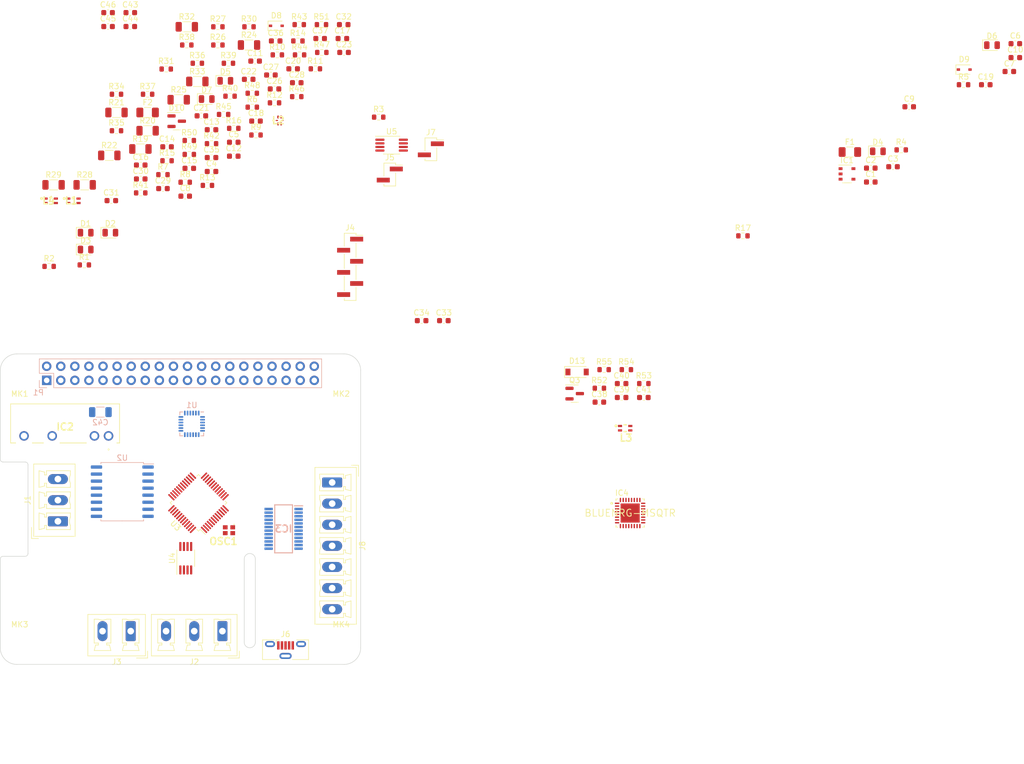
<source format=kicad_pcb>
(kicad_pcb (version 20210126) (generator pcbnew)
  (title_block (date "15 nov 2012"))
  (layers (0 "F.Cu" signal) (1 "In1.Cu" power) (2 "In2.Cu" power) (31 "B.Cu" signal) (34 "B.Paste" user) (35 "F.Paste" user) (36 "B.SilkS" user "B.Silkscreen") (37 "F.SilkS" user "F.Silkscreen") (38 "B.Mask" user) (39 "F.Mask" user) (44 "Edge.Cuts" user))
  (net 0 "")
  (net 1 "+3V3")
  (net 2 "+5V")
  (net 3 "GND")
  (net 4 "/ID_SD")
  (net 5 "/ID_SC")
  (net 6 "/GPIO5")
  (net 7 "/GPIO6")
  (net 8 "/GPIO26")
  (net 9 "/GPIO2(SDA1)")
  (net 10 "/GPIO3(SCL1)")
  (net 11 "/GPIO4(GCLK)")
  (net 12 "/GPIO14(TXD0)")
  (net 13 "/GPIO15(RXD0)")
  (net 14 "/GPIO17(GEN0)")
  (net 15 "/GPIO27(GEN2)")
  (net 16 "/GPIO22(GEN3)")
  (net 17 "/GPIO23(GEN4)")
  (net 18 "/GPIO24(GEN5)")
  (net 19 "/GPIO25(GEN6)")
  (net 20 "/GPIO18(GEN1)(PWM0)")
  (net 21 "/GPIO10(SPI0_MOSI)")
  (net 22 "/GPIO9(SPI0_MISO)")
  (net 23 "/GPIO11(SPI0_SCK)")
  (net 24 "/GPIO8(SPI0_CE_N)")
  (net 25 "/GPIO7(SPI1_CE_N)")
  (net 26 "/GPIO12(PWM0)")
  (net 27 "/GPIO13(PWM1)")
  (net 28 "/GPIO19(SPI1_MISO)")
  (net 29 "/GPIO16")
  (net 30 "/GPIO20(SPI1_MOSI)")
  (net 31 "/GPIO21(SPI1_SCK)")
  (net 32 "+3.3VP")
  (net 33 "Net-(C38-Pad1)")
  (net 34 "Net-(C40-Pad1)")
  (net 35 "/analog-measurements/VOFFSET")
  (net 36 "Net-(C41-Pad1)")
  (net 37 "/analog-measurements/VMAINS_SENS")
  (net 38 "/analog-measurements/SPI1_MISO")
  (net 39 "/analog-measurements/AC2")
  (net 40 "Earth")
  (net 41 "Net-(C43-Pad1)")
  (net 42 "/analog-measurements/AC1")
  (net 43 "Net-(D13-Pad1)")
  (net 44 "/analog-measurements/485GND")
  (net 45 "/analog-measurements/IMOTOR_SENS")
  (net 46 "Net-(Q3-Pad1)")
  (net 47 "/analog-measurements/SPI1_CS")
  (net 48 "GND1")
  (net 49 "/analog-measurements/SPI1_IRQ")
  (net 50 "Net-(C20-Pad1)")
  (net 51 "Net-(C21-Pad2)")
  (net 52 "/analog-measurements/USB_M")
  (net 53 "/analog-measurements/USB_P")
  (net 54 "/analog-measurements/I2C2_SCL")
  (net 55 "/analog-measurements/I2C2_SDA")
  (net 56 "Net-(D1-Pad2)")
  (net 57 "Net-(D2-Pad2)")
  (net 58 "Net-(D4-Pad2)")
  (net 59 "Net-(C44-Pad2)")
  (net 60 "Net-(D5-Pad2)")
  (net 61 "Net-(L3-Pad1)")
  (net 62 "Net-(D6-Pad2)")
  (net 63 "/analog-measurements/485B")
  (net 64 "/analog-measurements/485A")
  (net 65 "/analog-measurements/VAC1")
  (net 66 "/analog-measurements/VAC2")
  (net 67 "/analog-measurements/MOTOR1")
  (net 68 "/analog-measurements/BOOT0")
  (net 69 "Net-(R25-Pad2)")
  (net 70 "Net-(R26-Pad2)")
  (net 71 "Net-(R27-Pad2)")
  (net 72 "Net-(R28-Pad2)")
  (net 73 "Net-(R29-Pad2)")
  (net 74 "Net-(R30-Pad2)")
  (net 75 "Net-(L3-Pad2)")
  (net 76 "Net-(C45-Pad1)")
  (net 77 "Net-(J4-Pad1)")
  (net 80 "/analog-measurements/USART2_TX")
  (net 81 "/analog-measurements/USART2_RX")
  (net 82 "/analog-measurements/SWO")
  (net 83 "/analog-measurements/SWCLK")
  (net 84 "/analog-measurements/SWDIO")
  (net 85 "Net-(C4-Pad2)")
  (net 86 "Net-(C5-Pad2)")
  (net 87 "+5VA")
  (net 88 "/analog-measurements/USART2_DIR")
  (net 89 "/analog-measurements/5V_485")
  (net 90 "Net-(C17-Pad1)")
  (net 91 "Net-(C18-Pad2)")
  (net 92 "Net-(C19-Pad2)")
  (net 93 "Net-(C26-Pad2)")
  (net 94 "Net-(C28-Pad2)")
  (net 95 "/analog-measurements/SPI1_CLK")
  (net 96 "/analog-measurements/SPI1_MOSI")
  (net 97 "Net-(C30-Pad2)")
  (net 98 "Net-(C33-Pad1)")
  (net 100 "Net-(C34-Pad1)")
  (net 101 "/analog-measurements/NRST")
  (net 102 "/analog-measurements/USART2_LED")
  (net 103 "Net-(D7-Pad2)")
  (net 104 "Net-(C46-Pad2)")
  (net 105 "/analog-measurements/SPI1_SCK")
  (net 106 "Net-(F2-Pad1)")
  (net 108 "Net-(J5-Pad2)")
  (net 109 "Net-(J6-Pad2)")
  (net 110 "Net-(J6-Pad3)")
  (net 114 "Net-(J7-Pad1)")
  (net 115 "Net-(L2-Pad5)")
  (net 116 "Net-(L2-Pad6)")
  (net 117 "Net-(L4-Pad1)")
  (net 118 "Net-(L4-Pad2)")
  (net 121 "Net-(R24-Pad2)")
  (net 122 "Net-(R31-Pad2)")
  (net 153 "Net-(R55-Pad1)")
  (net 161 "Net-(U3-Pad19)")
  (net 162 "Net-(U3-Pad20)")
  (footprint "MountingHole:MountingHole_2.7mm_M2.5" (layer "F.Cu") (at 203.5 97.5 180)
    (fp_text reference "MK1")
    (fp_text value "M2.5")
  )
  (footprint "MountingHole:MountingHole_2.7mm_M2.5" (layer "F.Cu") (at 261.5 97.5 180)
    (fp_text reference "MK2")
    (fp_text value "M2.5")
  )
  (footprint "MountingHole:MountingHole_2.7mm_M2.5" (layer "F.Cu") (at 203.5 146.5)
    (fp_text reference "MK3")
    (fp_text value "M2.5")
  )
  (footprint "MountingHole:MountingHole_2.7mm_M2.5" (layer "F.Cu") (at 261.5 146.5)
    (fp_text reference "MK4")
    (fp_text value "M2.5")
  )
  (footprint "Resistor_SMD:R_0603_1608Metric" (layer "F.Cu") (at 333.945 72.705)
    (fp_text reference "R17")
    (fp_text value "10")
  )
  (footprint "Capacitor_SMD:C_0603_1608Metric" (layer "F.Cu") (at 220.03 66.35)
    (fp_text reference "C31")
    (fp_text value "100n")
  )
  (footprint "Capacitor_SMD:C_0603_1608Metric" (layer "F.Cu") (at 234.09 60.53)
    (fp_text reference "C15")
    (fp_text value "1u")
  )
  (footprint "Resistor_SMD:R_0603_1608Metric" (layer "F.Cu") (at 245.45 49.5)
    (fp_text reference "R6")
    (fp_text value "470")
  )
  (footprint "Connector_Phoenix_MC:PhoenixContact_MCV_1,5_3-G-3.81_1x03_P3.81mm_Vertical" (layer "F.Cu") (at 210.3925 124.1925 90)
    (fp_text reference "J1")
    (fp_text value "Screw_Terminal_01x03")
  )
  (footprint "Resistor_SMD:R_0603_1608Metric" (layer "F.Cu") (at 373.73 45.45)
    (fp_text reference "R5")
    (fp_text value "470")
  )
  (footprint "Capacitor_SMD:C_0603_1608Metric" (layer "F.Cu") (at 242.11 58.34)
    (fp_text reference "C12")
    (fp_text value "100n")
  )
  (footprint "Resistor_SMD:R_0603_1608Metric" (layer "F.Cu") (at 229.34 61.67)
    (fp_text reference "R7")
    (fp_text value "470")
  )
  (footprint "Package_SO:TSOP-5_1.65x3.05mm_P0.95mm" (layer "F.Cu") (at 352.71 61.54)
    (fp_text reference "IC1")
    (fp_text value "NCP115ASN330T2G")
  )
  (footprint "LED_SMD:LED_0805_2012Metric" (layer "F.Cu") (at 237.23 48.035)
    (fp_text reference "D7")
    (fp_text value "LED-ADC")
  )
  (footprint "Capacitor_SMD:C_0603_1608Metric" (layer "F.Cu") (at 312.06 99.35)
    (fp_text reference "C40")
    (fp_text value "100n")
  )
  (footprint "Fuse:Fuse_1206_3216Metric" (layer "F.Cu") (at 226.57 50.46)
    (fp_text reference "F2")
    (fp_text value "Fuse_Small")
  )
  (footprint "Fuse:Fuse_1206_3216Metric" (layer "F.Cu") (at 353.23 57.59)
    (fp_text reference "F1")
    (fp_text value "Fuse_Small")
  )
  (footprint "Resistor_SMD:R_0603_1608Metric" (layer "F.Cu") (at 256.83 42.58)
    (fp_text reference "R11")
    (fp_text value "10")
  )
  (footprint "Capacitor_SMD:C_0603_1608Metric" (layer "F.Cu") (at 261.7 37.12)
    (fp_text reference "C17")
    (fp_text value "100p")
  )
  (footprint "Capacitor_SMD:C_0603_1608Metric" (layer "F.Cu") (at 229.34 64.18)
    (fp_text reference "C29")
    (fp_text value "100n")
  )
  (footprint "Filter:ACM2012_1" (layer "F.Cu") (at 213.188 66.387)
    (fp_text reference "L1")
    (fp_text value "ACM2012" hide)
  )
  (footprint "Capacitor_SMD:C_0603_1608Metric" (layer "F.Cu") (at 275.99 88)
    (fp_text reference "C34")
    (fp_text value "150p")
  )
  (footprint "Capacitor_SMD:C_0603_1608Metric" (layer "F.Cu") (at 248.81 43.7)
    (fp_text reference "C27")
    (fp_text value "100n")
  )
  (footprint "Capacitor_SMD:C_0603_1608Metric" (layer "F.Cu") (at 223.45 32.45)
    (fp_text reference "C43")
    (fp_text value "100n")
  )
  (footprint "Resistor_SMD:R_0603_1608Metric" (layer "F.Cu") (at 234.09 55.51)
    (fp_text reference "R50")
    (fp_text value "1k")
  )
  (footprint "Resistor_SMD:R_0603_1608Metric" (layer "F.Cu") (at 245.45 46.99)
    (fp_text reference "R48")
    (fp_text value "15k")
  )
  (footprint "Capacitor_SMD:C_0603_1608Metric" (layer "F.Cu") (at 357 60.49)
    (fp_text reference "C2")
    (fp_text value "100n")
  )
  (footprint "Connector_Phoenix_MC:PhoenixContact_MCV_1,5_7-G-3.81_1x07_P3.81mm_Vertical" (layer "F.Cu") (at 259.8575 117.1875 -90)
    (fp_text reference "J8")
    (fp_text value "Conn_01x07_Male")
  )
  (footprint "Resistor_SMD:R_0603_1608Metric" (layer "F.Cu") (at 239.25 38.29)
    (fp_text reference "R26")
    (fp_text value "R")
  )
  (footprint "Resistor_SMD:R_0603_1608Metric" (layer "F.Cu") (at 235.54 41.58)
    (fp_text reference "R36")
    (fp_text value "R")
  )
  (footprint "Capacitor_SMD:C_0603_1608Metric" (layer "F.Cu") (at 244.8 44.48)
    (fp_text reference "C22")
    (fp_text value "100n")
  )
  (footprint "Resistor_SMD:R_0603_1608Metric" (layer "F.Cu") (at 308.05 100.19)
    (fp_text reference "R52")
    (fp_text value "1k")
  )
  (footprint "Filter:ACM2012_1" (layer "F.Cu") (at 209.098 66.387)
    (fp_text reference "L4")
    (fp_text value "ACM2012" hide)
  )
  (footprint "Capacitor_SMD:C_0603_1608Metric" (layer "F.Cu") (at 257.69 37.12)
    (fp_text reference "C37")
    (fp_text value "1n")
  )
  (footprint "Resistor_SMD:R_0603_1608Metric" (layer "F.Cu") (at 230.08 59.16)
    (fp_text reference "R15")
    (fp_text value "1k5")
  )
  (footprint "Resistor_SMD:R_0603_1608Metric" (layer "F.Cu") (at 244.86 35)
    (fp_text reference "R30")
    (fp_text value "R")
  )
  (footprint "Resistor_SMD:R_1206_3216Metric" (layer "F.Cu") (at 232.18 48.16)
    (fp_text reference "R25")
    (fp_text value "R")
  )
  (footprint "Resistor_SMD:R_0603_1608Metric" (layer "F.Cu") (at 249.46 48.72)
    (fp_text reference "R12")
    (fp_text value "10")
  )
  (footprint "Resistor_SMD:R_0603_1608Metric" (layer "F.Cu") (at 257.99 39.63)
    (fp_text reference "R47")
    (fp_text value "15k")
  )
  (footprint "Capacitor_SMD:C_0603_1608Metric" (layer "F.Cu") (at 223.45 34.96)
    (fp_text reference "C44")
    (fp_text value "100n")
  )
  (footprint "Diode_SMD:D_SOD-323" (layer "F.Cu") (at 373.85 42.72)
    (fp_text reference "D9")
    (fp_text value "SD05_SOD323")
  )
  (footprint "Resistor_SMD:R_1206_3216Metric" (layer "F.Cu") (at 233.64 35)
    (fp_text reference "R32")
    (fp_text value "R")
  )
  (footprint "LED_SMD:LED_0805_2012Metric" (layer "F.Cu") (at 215.4 75.175)
    (fp_text reference "D3")
    (fp_text value "LED-DOOR")
  )
  (footprint "Capacitor_SMD:C_0603_1608Metric" (layer "F.Cu") (at 361.01 60.24)
    (fp_text reference "C3")
    (fp_text value "1u")
  )
  (footprint "LED_SMD:LED_0805_2012Metric" (layer "F.Cu") (at 219.85 72.135)
    (fp_text reference "D2")
    (fp_text value "LED")
  )
  (footprint "Resistor_SMD:R_0603_1608Metric" (layer "F.Cu") (at 268.25 51.3)
    (fp_text reference "R3")
    (fp_text value "NC")
  )
  (footprint "Resistor_SMD:R_0603_1608Metric" (layer "F.Cu") (at 229.93 42.62)
    (fp_text reference "R31")
    (fp_text value "R")
  )
  (footprint "Resistor_SMD:R_1206_3216Metric" (layer "F.Cu") (at 225.27 57.04)
    (fp_text reference "R19")
    (fp_text value "R")
  )
  (footprint "Resistor_SMD:R_0603_1608Metric" (layer "F.Cu") (at 253.92 34.61)
    (fp_text reference "R43")
    (fp_text value "R")
  )
  (footprint "Resistor_SMD:R_0603_1608Metric" (layer "F.Cu") (at 240.28 50.81)
    (fp_text reference "R45")
    (fp_text value "R")
  )
  (footprint "Filter:EXC24CS900U" (layer "F.Cu") (at 250.375 51.9)
    (fp_text reference "L2")
    (fp_text value "CMF" hide)
  )
  (footprint "Resistor_SMD:R_0603_1608Metric" (layer "F.Cu") (at 226.57 47.17)
    (fp_text reference "R37")
    (fp_text value "R")
  )
  (footprint "Capacitor_SMD:C_0603_1608Metric" (layer "F.Cu") (at 308.05 102.7)
    (fp_text reference "C38")
    (fp_text value "10n")
  )
  (footprint "Resistor_SMD:R_0603_1608Metric" (layer "F.Cu") (at 249.97 40.07)
    (fp_text reference "R10")
    (fp_text value "470")
  )
  (footprint "Capacitor_SMD:C_0603_1608Metric" (layer "F.Cu") (at 262 39.63)
    (fp_text reference "C23")
    (fp_text value "100n")
  )
  (footprint "Resistor_SMD:R_1206_3216Metric" (layer "F.Cu") (at 226.57 53.75)
    (fp_text reference "R20")
    (fp_text value "R")
  )
  (footprint "LED_SMD:LED_0805_2012Metric" (layer "F.Cu") (at 215.4 72.135)
    (fp_text reference "D1")
    (fp_text value "LED")
  )
  (footprint "Capacitor_SMD:C_0603_1608Metric" (layer "F.Cu") (at 280 88)
    (fp_text reference "C33")
    (fp_text value "150p")
  )
  (footprint "Resistor_SMD:R_0603_1608Metric" (layer "F.Cu") (at 234.09 58.02)
    (fp_text reference "R49")
    (fp_text value "15k")
  )
  (footprint "Capacitor_SMD:C_0603_1608Metric" (layer "F.Cu") (at 252.82 42.58)
    (fp_text reference "C20")
    (fp_text value "NC")
  )
  (footprint "Crystal:NX2016SA40MSTDCZS3" (layer "F.Cu") (at 241.25 125.8 180)
    (fp_text reference "OSC1")
    (fp_text value "Crystal" hide)
  )
  (footprint "Capacitor_SMD:C_0603_1608Metric" (layer "F.Cu") (at 219.44 32.45)
    (fp_text reference "C46")
    (fp_text value "100n")
  )
  (footprint "Capacitor_SMD:C_0603_1608Metric" (layer "F.Cu") (at 236.27 51.06)
    (fp_text reference "C21")
    (fp_text value "NC")
  )
  (footprint "Resistor_SMD:R_1206_3216Metric" (layer "F.Cu") (at 235.54 44.87)
    (fp_text reference "R33")
    (fp_text value "R")
  )
  (footprint "Package_TO_SOT_SMD:SOT-23" (layer "F.Cu") (at 303.6 101.16)
    (fp_text reference "Q3")
    (fp_text value "DMN3404L")
  )
  (footprint "Resistor_SMD:R_0603_1608Metric" (layer "F.Cu") (at 238.1 56.08)
    (fp_text reference "R42")
    (fp_text value "R")
  )
  (footprint "Diode_SMD:D_SOD-123" (layer "F.Cu") (at 304.03 97.26)
    (fp_text reference "D13")
    (fp_text value "1N4148W")
  )
  (footprint "Capacitor_SMD:C_0603_1608Metric" (layer "F.Cu") (at 363.93 49.43)
    (fp_text reference "C9")
    (fp_text value "100n")
  )
  (footprint "Connector_PinHeader_2.00mm:PinHeader_1x02_P2.00mm_Vertical_SMD_Pin1Right" (layer "F.Cu") (at 270.25 61.65)
    (fp_text reference "J5")
    (fp_text value "Conn_01x02_Male")
  )
  (footprint "Connector_Phoenix_MC_HighVoltage:PhoenixContact_MCV_1,5_2-G-5.08_1x02_P5.08mm_Vertical" (layer "F.Cu") (at 223.5225 144 180)
    (fp_text reference "J3")
    (fp_text value "Screw_Terminal_01x02")
  )
  (footprint "Package_DFN_QFN:STMicroelectronics-QFN32-0-0-0" (layer "F.Cu") (at 313.6 122.7)
    (fp_text reference "IC4")
    (fp_text value "BLUENRG-MSQTR")
  )
  (footprint "Connector_Phoenix_MC_HighVoltage:PhoenixContact_MCV_1,5_3-G-5.08_1x03_P5.08mm_Vertical" (layer "F.Cu") (at 240.0625 144 180)
    (fp_text reference "J2")
    (fp_text value "Screw_Terminal_01x03")
  )
  (footprint "Capacitor_SMD:C_0603_1608Metric" (layer "F.Cu") (at 238.1 53.57)
    (fp_text reference "C13")
    (fp_text value "100n")
  )
  (footprint "Capacitor_SMD:C_0603_1608Metric" (layer "F.Cu") (at 377.74 45.45)
    (fp_text reference "C19")
    (fp_text value "100n")
  )
  (footprint "Resistor_SMD:R_0603_1608Metric" (layer "F.Cu") (at 241.44 47.52)
    (fp_text reference "R40")
    (fp_text value "10k")
  )
  (footprint "Capacitor_SMD:C_0603_1608Metric" (layer "F.Cu") (at 249.67 37.56)
    (fp_text reference "C36")
    (fp_text value "1n")
  )
  (footprint "Capacitor_SMD:C_0603_1608Metric" (layer "F.Cu") (at 238.1 61.1)
    (fp_text reference "C4")
    (fp_text value "10p")
  )
  (footprint "LED_SMD:LED_0805_2012Metric" (layer "F.Cu") (at 358.28 57.465)
    (fp_text reference "D4")
    (fp_text value "LED")
  )
  (footprint "Resistor_SMD:R_0603_1608Metric" (layer "F.Cu") (at 225.33 64.96)
    (fp_text reference "R41")
    (fp_text value "10k")
  )
  (footprint "Capacitor_SMD:C_0603_1608Metric" (layer "F.Cu") (at 383.07 38.05)
    (fp_text reference "C6")
    (fp_text value "1u")
  )
  (footprint "Filter:ACM2012_1" (layer "F.Cu") (at 312.7 107.4)
    (fp_text reference "L3")
    (fp_text value "ACM2012" hide)
  )
  (footprint "Capacitor_SMD:C_0603_1608Metric" (layer "F.Cu") (at 381.99 43.07)
    (fp_text reference "C7")
    (fp_text value "100n")
  )
  (footprint "Capacitor_SMD:C_0603_1608Metric" (layer "F.Cu") (at 249.46 46.21)
    (fp_text reference "C26")
    (fp_text value "100n")
  )
  (footprint "Resistor_SMD:R_0603_1608Metric" (layer "F.Cu") (at 241.15 41.58)
    (fp_text reference "R39")
    (fp_text value "R")
  )
  (footprint "Capacitor_SMD:C_0603_1608Metric" (layer "F.Cu") (at 242.11 55.83)
    (fp_text reference "C5")
    (fp_text value "10p")
  )
  (footprint "Capacitor_SMD:C_0603_1608Metric" (layer "F.Cu") (at 261.94 34.61)
    (fp_text reference "C32")
    (fp_text value "100n")
  )
  (footprint "Capacitor_SMD:C_0603_1608Metric" (layer "F.Cu") (at 225.33 62.45)
    (fp_text reference "C30")
    (fp_text value "100n")
  )
  (footprint "Resistor_SMD:R_0603_1608Metric" (layer "F.Cu") (at 312.92 96.84)
    (fp_text reference "R54")
    (fp_text value "NC")
  )
  (footprint "Resistor_SMD:R_0603_1608Metric" (layer "F.Cu") (at 242.11 53.32)
    (fp_text reference "R16")
    (fp_text value "10")
  )
  (footprint "Resistor_SMD:R_0603_1608Metric" (layer "F.Cu") (at 233.64 38.29)
    (fp_text reference "R38")
    (fp_text value "R")
  )
  (footprint "Resistor_SMD:R_0603_1608Metric" (layer "F.Cu") (at 246.12 54.52)
    (fp_text reference "R9")
    (fp_text value "10k")
  )
  (footprint "Capacitor_SMD:C_0603_1608Metric" (layer "F.Cu") (at 357 63)
    (fp_text reference "C1")
    (fp_text value "1n")
  )
  (footprint "Capacitor_SMD:C_0603_1608Metric" (layer "F.Cu") (at 219.44 34.96)
    (fp_text reference "C45")
    (fp_text value "100n")
  )
  (footprint "Resistor_SMD:R_0603_1608Metric" (layer "F.Cu") (at 220.96 53.75)
    (fp_text reference "R35")
    (fp_text value "R")
  )
  (footprint "Package_QFP:LQFP-48_7x7mm_P0.5mm" (layer "F.Cu") (at 235.75 120.85 135)
    (fp_text reference "U3")
    (fp_text value "STM32F303CCTx")
  )
  (footprint "Package_SO:MSOP-8_3x3mm_P0.65mm" (layer "F.Cu") (at 270.58 56.35)
    (fp_text reference "U5")
    (fp_text value "LMV358")
  )
  (footprint "Capacitor_SMD:C_0603_1608Metric" (layer "F.Cu") (at 312.06 101.86)
    (fp_text reference "C39")
    (fp_text value "100n")
  )
  (footprint "Capacitor_SMD:C_0603_1608Metric" (layer "F.Cu") (at 383.07 40.56)
    (fp_text reference "C10")
    (fp_text value "1u")
  )
  (footprint "Resistor_SMD:R_0603_1608Metric" (layer "F.Cu") (at 253.68 37.56)
    (fp_text reference "R14")
    (fp_text value "10")
  )
  (footprint "Connector_USB:USB_Micro-B_Molex-105133-0001" (layer "F.Cu") (at 251.45 147.4)
    (fp_text reference "J6")
    (fp_text value "USB_B_Mini")
  )
  (footprint "Package_TO_SOT_SMD:SOT-23" (layer "F.Cu") (at 231.82 52.03)
    (fp_text reference "D10")
    (fp_text value "NUP2105L")
  )
  (footprint "Resistor_SMD:R_1206_3216Metric" (layer "F.Cu") (at 215.22 63.51)
    (fp_text reference "R28")
    (fp_text value "R")
  )
  (footprint "Resistor_SMD:R_0603_1608Metric" (layer "F.Cu") (at 308.91 96.84)
    (fp_text reference "R55")
    (fp_text value "NC")
  )
  (footprint "Capacitor_SMD:C_0603_1608Metric" (layer "F.Cu") (at 253.47 45.09)
    (fp_text reference "C28")
    (fp_text value "100n")
  )
  (footprint "Capacitor_SMD:C_0603_1608Metric" (layer "F.Cu") (at 316.07 101.86)
    (fp_text reference "C41")
    (fp_text value "2n2")
  )
  (footprint "Resistor_SMD:R_0603_1608Metric" (layer "F.Cu") (at 215.16 77.95)
    (fp_text reference "R1")
    (fp_text value "470")
  )
  (footprint "Resistor_SMD:R_0603_1608Metric" (layer "F.Cu") (at 208.81 78.22)
    (fp_text reference "R2")
    (fp_text value "1k")
  )
  (footprint "Resistor_SMD:R_0603_1608Metric" (layer "F.Cu") (at 316.07 99.35)
    (fp_text reference "R53")
    (fp_text value "NC")
  )
  (footprint "Capacitor_SMD:C_0603_1608Metric" (layer "F.Cu") (at 246.12 52.01)
    (fp_text reference "C18")
    (fp_text value "100p")
  )
  (footprint "Resistor_SMD:R_1206_3216Metric" (layer "F.Cu") (at 219.66 58.2)
    (fp_text reference "R22")
    (fp_text value "R")
  )
  (footprint "Resistor_SMD:R_0603_1608Metric" (layer "F.Cu") (at 253.98 40.07)
    (fp_text reference "R44")
    (fp_text value "R")
  )
  (footprint "Connector_PinHeader_2.00mm:PinHeader_1x06_P2.00mm_Vertical_SMD_Pin1Right" (layer "F.Cu") (at 263.1 78.3)
    (fp_text reference "J4")
    (fp_text value "Conn_01x06_Male")
  )
  (footprint "Package_SO:MSOP-8_3x3mm_P0.65mm" (layer "F.Cu") (at 233.45 130.85 90)
    (fp_text reference "U4")
    (fp_text value "LMV358")
  )
  (footprint "Diode_SMD:D_SOD-323" (layer "F.Cu") (at 249.79 34.83)
    (fp_text reference "D8")
    (fp_text value "D_Filled")
  )
  (footprint "Capacitor_SMD:C_0603_1608Metric" (layer "F.Cu") (at 245.96 41.19)
    (fp_text reference "C11")
    (fp_text value "100n")
  )
  (footprint "Resistor_SMD:R_0603_1608Metric" (layer "F.Cu") (at 257.93 34.61)
    (fp_text reference "R51")
    (fp_text value "1k")
  )
  (footprint "Connector_PinHeader_2.00mm:PinHeader_1x02_P2.00mm_Vertical_SMD_Pin1Right" (layer "F.Cu") (at 277.66 57.1)
    (fp_text reference "J7")
    (fp_text value "Conn_01x02_Male")
  )
  (footprint "Resistor_SMD:R_1206_3216Metric" (layer "F.Cu") (at 244.86 38.29)
    (fp_text reference "R24")
    (fp_text value "R")
  )
  (footprint "Resistor_SMD:R_0603_1608Metric" (layer "F.Cu") (at 253.47 47.6)
    (fp_text reference "R46")
    (fp_text value "15k")
  )
  (footprint "Converter_DCDC:RFMM0505S" (layer "F.Cu") (at 219.525 108.79 180)
    (fp_text reference "IC2")
    (fp_text value "RFMM-0505S" hide)
  )
  (footprint "Resistor_SMD:R_1206_3216Metric" (layer "F.Cu") (at 220.96 50.46)
    (fp_text reference "R21")
    (fp_text value "R")
  )
  (footprint "Capacitor_SMD:C_0603_1608Metric" (layer "F.Cu") (at 238.1 58.59)
    (fp_text reference "C35")
    (fp_text value "100n")
  )
  (footprint "Resistor_SMD:R_0603_1608Metric" (layer "F.Cu") (at 233.35 63.04)
    (fp_text reference "R8")
    (fp_text value "1k")
  )
  (footprint "Resistor_SMD:R_0603_1608Metric" (layer "F.Cu") (at 362.49 57.2)
    (fp_text reference "R4")
    (fp_text value "1k")
  )
  (footprint "Resistor_SMD:R_0603_1608Metric" (layer "F.Cu") (at 239.25 35)
    (fp_text reference "R27")
    (fp_text value "R")
  )
  (footprint "Capacitor_SMD:C_0603_1608Metric" (layer "F.Cu") (at 230.08 56.65)
    (fp_text reference "C14")
    (fp_text value "100n")
  )
  (footprint "Capacitor_SMD:C_0603_1608Metric" (layer "F.Cu") (at 225.33 59.94)
    (fp_text reference "C16")
    (fp_text value "10n")
  )
  (footprint "LED_SMD:LED_0805_2012Metric" (layer "F.Cu") (at 378.86 38.315)
    (fp_text reference "D6")
    (fp_text value "LED-ADC")
  )
  (footprint "Resistor_SMD:R_1206_3216Metric" (layer "F.Cu") (at 209.61 63.51)
    (fp_text reference "R29")
    (fp_text value "R")
  )
  (footprint "Resistor_SMD:R_0603_1608Metric" (layer "F.Cu") (at 220.96 47.17)
    (fp_text reference "R34")
    (fp_text value "R")
  )
  (footprint "Resistor_SMD:R_0603_1608Metric" (layer "F.Cu") (at 237.36 63.61)
    (fp_text reference "R13")
    (fp_text value "10")
  )
  (footprint "LED_SMD:LED_0805_2012Metric" (layer "F.Cu") (at 240.59 44.745)
    (fp_text reference "D5")
    (fp_text value "LED-MOVING")
  )
  (footprint "Capacitor_SMD:C_0603_1608Metric" (layer "F.Cu") (at 233.35 65.55)
    (fp_text reference "C8")
    (fp_text value "100n")
  )
  (footprint "Connector_PinSocket_2.54mm:PinSocket_2x20_P2.54mm_Vertical" (layer "B.Cu") (at 208.37 98.77 -90)
    (fp_text reference "P1")
    (fp_text value "Conn_02x20_Odd_Even")
  )
  (footprint "Package_SO:SOIC-16W_7.5x10.3mm_P1.27mm" (layer "B.Cu") (at 222 118.85 180)
    (fp_text reference "U2")
    (fp_text value "ISO3082DW")
  )
  (footprint "Package_SO:SOP65P600X175-24N" (layer "B.Cu") (at 251.1 125.55 180)
    (fp_text reference "IC3")
    (fp_text value "NCV7240-D" hide)
  )
  (footprint "Capacitor_SMD:C_1206_3216Metric" (layer "B.Cu") (at 218.05 104.5)
    (fp_text reference "C42")
    (fp_text value "470p")
  )
  (footprint "Sensor_Motion:InvenSense_QFN-24_4x4mm_P0.5mm" (layer "B.Cu") (at 234.53 106.62 180)
    (fp_text reference "U1")
    (fp_text value "MPU-6050")
  )
  (gr_arc (start 245 131) (end 244 131) (angle 180) (layer "Edge.Cuts") (width 0.1))
  (gr_arc (start 262 97) (end 262 94) (angle 90) (layer "Edge.Cuts") (width 0.1))
  (gr_line (start 204.5 130.5) (end 200.5 130.5) (layer "Edge.Cuts") (width 0.1))
  (gr_line (start 200 131) (end 200 147) (layer "Edge.Cuts") (width 0.1))
  (gr_line (start 205 114) (end 205 130) (layer "Edge.Cuts") (width 0.1))
  (gr_line (start 262 94) (end 203 94) (layer "Edge.Cuts") (width 0.1))
  (gr_arc (start 200.5 131) (end 200 131) (angle 89.9) (layer "Edge.Cuts") (width 0.1))
  (gr_line (start 246 131) (end 246 146) (layer "Edge.Cuts") (width 0.1))
  (gr_arc (start 204.5 130) (end 205 130) (angle 90) (layer "Edge.Cuts") (width 0.1))
  (gr_line (start 203 150) (end 262 150) (layer "Edge.Cuts") (width 0.1))
  (gr_arc (start 203 97) (end 200 97) (angle 90) (layer "Edge.Cuts") (width 0.1))
  (gr_arc (start 200.5 113) (end 200.5 113.5) (angle 90) (layer "Edge.Cuts") (width 0.1))
  (gr_arc (start 245 146) (end 246 146) (angle 180) (layer "Edge.Cuts") (width 0.1))
  (gr_arc (start 203 147) (end 203 150) (angle 90) (layer "Edge.Cuts") (width 0.1))
  (gr_arc (start 204.5 114) (end 204.5 113.5) (angle 90) (layer "Edge.Cuts") (width 0.1))
  (gr_arc (start 262 147) (end 265 147) (angle 90) (layer "Edge.Cuts") (width 0.1))
  (gr_line (start 265 147) (end 265 97) (layer "Edge.Cuts") (width 0.1))
  (gr_line (start 200 97) (end 200 113) (layer "Edge.Cuts") (width 0.1))
  (gr_line (start 200.5 113.5) (end 204.5 113.5) (layer "Edge.Cuts") (width 0.1))
  (gr_line (start 244 146) (end 244 131) (layer "Edge.Cuts") (width 0.1))
  (segment (start 208.37 96.212215) (end 208.361416 96.203631) (width 0.2) (layer "F.Cu") (net 2))
  (segment (start 208.37 96.23) (end 208.37 96.212215) (width 0.2) (layer "F.Cu") (net 2))
  (segment (start 208.43 98.77) (end 208.52 98.86) (width 0.2) (layer "F.Cu") (net 32))
  (segment (start 208.37 98.77) (end 208.43 98.77) (width 0.2) (layer "F.Cu") (net 32))
)
</source>
